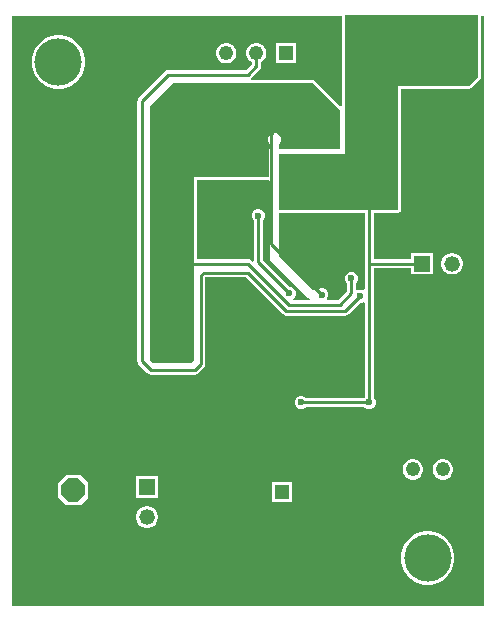
<source format=gbl>
G04*
G04 #@! TF.GenerationSoftware,Altium Limited,Altium Designer,21.6.4 (81)*
G04*
G04 Layer_Physical_Order=2*
G04 Layer_Color=16711680*
%FSLAX44Y44*%
%MOMM*%
G71*
G04*
G04 #@! TF.SameCoordinates,349311D0-8F54-414D-B441-84A76E2CFB74*
G04*
G04*
G04 #@! TF.FilePolarity,Positive*
G04*
G01*
G75*
%ADD13C,0.2540*%
%ADD45R,1.2000X1.2000*%
%ADD46C,1.2000*%
%ADD47R,1.3208X1.3208*%
%ADD48C,1.3208*%
%ADD49R,1.3208X1.3208*%
%ADD50C,1.2180*%
%ADD51R,1.2180X1.2180*%
%ADD52C,2.0320*%
%ADD53P,2.1994X8X22.5*%
%ADD54C,0.6000*%
%ADD55C,4.0000*%
G36*
X277500Y420250D02*
Y387500D01*
X226385D01*
Y391050D01*
X227197Y391862D01*
X228040Y393898D01*
Y396102D01*
X227197Y398138D01*
X225638Y399697D01*
X223602Y400540D01*
X221398D01*
X219362Y399697D01*
X217803Y398138D01*
X216960Y396102D01*
Y393898D01*
X217803Y391862D01*
X218615Y391050D01*
Y387500D01*
X217500D01*
Y363250D01*
X154500D01*
Y208250D01*
X152000Y205750D01*
X119500D01*
X117000Y208250D01*
Y423250D01*
X137000Y443250D01*
X254500D01*
X277500Y420250D01*
D02*
G37*
G36*
X394500Y448250D02*
X387000Y440750D01*
X327000D01*
X327000Y335750D01*
X226385D01*
Y383250D01*
X282000D01*
Y500750D01*
X394500D01*
Y448250D01*
D02*
G37*
G36*
X298615Y290000D02*
Y268374D01*
X297345Y267525D01*
X296102Y268040D01*
X293898D01*
X292655Y267525D01*
X291385Y268374D01*
Y273550D01*
X292197Y274362D01*
X293040Y276398D01*
Y278602D01*
X292197Y280638D01*
X290638Y282197D01*
X288602Y283040D01*
X286398D01*
X284362Y282197D01*
X282803Y280638D01*
X281960Y278602D01*
Y276398D01*
X282803Y274362D01*
X283615Y273550D01*
Y266609D01*
X275971Y258965D01*
X267260D01*
X266734Y260235D01*
X267162Y260662D01*
X268005Y262699D01*
Y264903D01*
X267162Y266939D01*
X265603Y268497D01*
X263567Y269341D01*
X261363D01*
X259327Y268497D01*
X258515Y267685D01*
X255308D01*
X226385Y296609D01*
Y333160D01*
X298615D01*
Y290000D01*
D02*
G37*
G36*
X218615Y359587D02*
Y295000D01*
X218911Y293513D01*
X219753Y292253D01*
X250952Y261054D01*
X252213Y260212D01*
X251972Y258965D01*
X238225D01*
X237972Y260235D01*
X238138Y260303D01*
X239697Y261862D01*
X240540Y263898D01*
Y266102D01*
X239697Y268138D01*
X238138Y269697D01*
X236102Y270540D01*
X234954D01*
X212395Y293098D01*
Y326818D01*
X213207Y327630D01*
X214051Y329666D01*
Y331870D01*
X213207Y333906D01*
X211649Y335465D01*
X209613Y336308D01*
X207409D01*
X205373Y335465D01*
X203814Y333906D01*
X202971Y331870D01*
Y329666D01*
X203814Y327630D01*
X204626Y326818D01*
Y292348D01*
X203356Y291822D01*
X202299Y292879D01*
X201039Y293721D01*
X199552Y294017D01*
X157090D01*
Y360660D01*
X217500D01*
X218615Y359587D01*
D02*
G37*
G36*
X279410Y500000D02*
Y423798D01*
X278140Y423272D01*
X256331Y445081D01*
X255491Y445643D01*
X254500Y445840D01*
X202918D01*
X202533Y447110D01*
X202747Y447253D01*
X209747Y454253D01*
X210589Y455513D01*
X210885Y457000D01*
Y460528D01*
X212299Y461344D01*
X213906Y462951D01*
X215042Y464919D01*
X215630Y467114D01*
Y469386D01*
X215042Y471581D01*
X213906Y473549D01*
X212299Y475156D01*
X210331Y476292D01*
X208136Y476880D01*
X205864D01*
X203669Y476292D01*
X201701Y475156D01*
X200094Y473549D01*
X198958Y471581D01*
X198370Y469386D01*
Y467114D01*
X198958Y464919D01*
X200094Y462951D01*
X201701Y461344D01*
X203115Y460528D01*
Y458609D01*
X198391Y453885D01*
X132500D01*
X131013Y453589D01*
X129753Y452747D01*
X107253Y430247D01*
X106411Y428987D01*
X106115Y427500D01*
Y207500D01*
X106411Y206013D01*
X107253Y204753D01*
X114753Y197253D01*
X116013Y196411D01*
X117500Y196115D01*
X155000D01*
X156487Y196411D01*
X157747Y197253D01*
X162747Y202253D01*
X163589Y203513D01*
X163885Y205000D01*
Y278391D01*
X164109Y278615D01*
X198391D01*
X229753Y247253D01*
X231013Y246411D01*
X232500Y246115D01*
X282500D01*
X283987Y246411D01*
X285247Y247253D01*
X294954Y256960D01*
X296102D01*
X297345Y257475D01*
X298615Y256626D01*
Y176450D01*
X298550Y176385D01*
X248950D01*
X248138Y177197D01*
X246102Y178040D01*
X243898D01*
X241862Y177197D01*
X240303Y175638D01*
X239460Y173602D01*
Y171398D01*
X240303Y169362D01*
X241862Y167803D01*
X243898Y166960D01*
X246102D01*
X248138Y167803D01*
X248950Y168615D01*
X298550D01*
X299362Y167803D01*
X301398Y166960D01*
X303602D01*
X305638Y167803D01*
X307197Y169362D01*
X308040Y171398D01*
Y173602D01*
X307197Y175638D01*
X306385Y176450D01*
Y286115D01*
X338156D01*
Y280856D01*
X356444D01*
Y299144D01*
X338156D01*
Y293885D01*
X306385D01*
Y333160D01*
X327000D01*
X327991Y333358D01*
X328831Y333919D01*
X329393Y334759D01*
X329590Y335750D01*
X329590Y438160D01*
X387000D01*
X387991Y438358D01*
X388831Y438919D01*
X396331Y446419D01*
X396893Y447259D01*
X397090Y448250D01*
Y500000D01*
X400000D01*
Y0D01*
X0Y0D01*
Y500000D01*
X279410Y500000D01*
D02*
G37*
%LPC*%
G36*
X241030Y476880D02*
X223770D01*
Y459620D01*
X241030D01*
Y476880D01*
D02*
G37*
G36*
X182736D02*
X180464D01*
X178269Y476292D01*
X176301Y475156D01*
X174694Y473549D01*
X173558Y471581D01*
X172970Y469386D01*
Y467114D01*
X173558Y464919D01*
X174694Y462951D01*
X176301Y461344D01*
X178269Y460208D01*
X180464Y459620D01*
X182736D01*
X184931Y460208D01*
X186899Y461344D01*
X188506Y462951D01*
X189642Y464919D01*
X190230Y467114D01*
Y469386D01*
X189642Y471581D01*
X188506Y473549D01*
X186899Y475156D01*
X184931Y476292D01*
X182736Y476880D01*
D02*
G37*
G36*
X41720Y483290D02*
X37280D01*
X32926Y482424D01*
X28823Y480725D01*
X25132Y478258D01*
X21992Y475118D01*
X19525Y471427D01*
X17826Y467325D01*
X16960Y462970D01*
Y458530D01*
X17826Y454175D01*
X19525Y450073D01*
X21992Y446382D01*
X25132Y443242D01*
X28823Y440775D01*
X32926Y439076D01*
X37280Y438210D01*
X41720D01*
X46075Y439076D01*
X50177Y440775D01*
X53868Y443242D01*
X57008Y446382D01*
X59475Y450073D01*
X61174Y454175D01*
X62040Y458530D01*
Y462970D01*
X61174Y467325D01*
X59475Y471427D01*
X57008Y475118D01*
X53868Y478258D01*
X50177Y480725D01*
X46075Y482424D01*
X41720Y483290D01*
D02*
G37*
G36*
X373904Y299144D02*
X371496D01*
X369170Y298521D01*
X367085Y297317D01*
X365383Y295614D01*
X364179Y293529D01*
X363556Y291204D01*
Y288796D01*
X364179Y286471D01*
X365383Y284386D01*
X367085Y282683D01*
X369170Y281479D01*
X371496Y280856D01*
X373904D01*
X376229Y281479D01*
X378315Y282683D01*
X380017Y284386D01*
X381221Y286471D01*
X381844Y288796D01*
Y291204D01*
X381221Y293529D01*
X380017Y295614D01*
X378315Y297317D01*
X376229Y298521D01*
X373904Y299144D01*
D02*
G37*
G36*
X366036Y124380D02*
X363764D01*
X361569Y123792D01*
X359601Y122656D01*
X357994Y121049D01*
X356858Y119081D01*
X356270Y116886D01*
Y114614D01*
X356858Y112419D01*
X357994Y110451D01*
X359601Y108844D01*
X361569Y107708D01*
X363764Y107120D01*
X366036D01*
X368231Y107708D01*
X370199Y108844D01*
X371806Y110451D01*
X372942Y112419D01*
X373530Y114614D01*
Y116886D01*
X372942Y119081D01*
X371806Y121049D01*
X370199Y122656D01*
X368231Y123792D01*
X366036Y124380D01*
D02*
G37*
G36*
X340636D02*
X338364D01*
X336169Y123792D01*
X334201Y122656D01*
X332594Y121049D01*
X331458Y119081D01*
X330870Y116886D01*
Y114614D01*
X331458Y112419D01*
X332594Y110451D01*
X334201Y108844D01*
X336169Y107708D01*
X338364Y107120D01*
X340636D01*
X342831Y107708D01*
X344799Y108844D01*
X346406Y110451D01*
X347542Y112419D01*
X348130Y114614D01*
Y116886D01*
X347542Y119081D01*
X346406Y121049D01*
X344799Y122656D01*
X342831Y123792D01*
X340636Y124380D01*
D02*
G37*
G36*
X123644Y110094D02*
X105356D01*
Y91806D01*
X123644D01*
Y110094D01*
D02*
G37*
G36*
X237040Y105290D02*
X219960D01*
Y88210D01*
X237040D01*
Y105290D01*
D02*
G37*
G36*
X58350Y110950D02*
X45650D01*
X39300Y104600D01*
Y91900D01*
X45650Y85550D01*
X58350D01*
X64700Y91900D01*
Y104600D01*
X58350Y110950D01*
D02*
G37*
G36*
X115704Y84694D02*
X113296D01*
X110971Y84071D01*
X108886Y82867D01*
X107183Y81165D01*
X105979Y79080D01*
X105356Y76754D01*
Y74346D01*
X105979Y72021D01*
X107183Y69936D01*
X108886Y68233D01*
X110971Y67029D01*
X113296Y66406D01*
X115704D01*
X118030Y67029D01*
X120115Y68233D01*
X121817Y69936D01*
X123021Y72021D01*
X123644Y74346D01*
Y76754D01*
X123021Y79080D01*
X121817Y81165D01*
X120115Y82867D01*
X118030Y84071D01*
X115704Y84694D01*
D02*
G37*
G36*
X354220Y63290D02*
X349780D01*
X345425Y62424D01*
X341323Y60725D01*
X337632Y58258D01*
X334492Y55118D01*
X332025Y51427D01*
X330326Y47325D01*
X329460Y42970D01*
Y38530D01*
X330326Y34176D01*
X332025Y30073D01*
X334492Y26382D01*
X337632Y23242D01*
X341323Y20775D01*
X345425Y19076D01*
X349780Y18210D01*
X354220D01*
X358575Y19076D01*
X362677Y20775D01*
X366368Y23242D01*
X369508Y26382D01*
X371975Y30073D01*
X373674Y34176D01*
X374540Y38530D01*
Y42970D01*
X373674Y47325D01*
X371975Y51427D01*
X369508Y55118D01*
X366368Y58258D01*
X362677Y60725D01*
X358575Y62424D01*
X354220Y63290D01*
D02*
G37*
%LPD*%
D13*
X219403Y306863D02*
Y400359D01*
Y306863D02*
X262465Y263801D01*
X155000Y200000D02*
X160000Y205000D01*
X110000Y207500D02*
X117500Y200000D01*
X155000D01*
X200000Y282500D02*
X232500Y250000D01*
X162500Y282500D02*
X200000D01*
X160000Y280000D02*
X162500Y282500D01*
X160000Y205000D02*
Y280000D01*
X207000Y457000D02*
Y468250D01*
X200000Y450000D02*
X207000Y457000D01*
X132500Y450000D02*
X200000D01*
X110000Y207500D02*
Y427500D01*
X132500Y450000D01*
X199552Y290132D02*
X234604Y255080D01*
X208511Y291489D02*
Y330768D01*
X234604Y255080D02*
X277580D01*
X208511Y291489D02*
X235000Y265000D01*
X146890Y290132D02*
X199552D01*
X277580Y255080D02*
X287500Y265000D01*
X282500Y250000D02*
X295000Y262500D01*
X232500Y250000D02*
X282500D01*
X287500Y265000D02*
Y277500D01*
X267000Y395750D02*
X273756D01*
X302500Y290000D02*
Y347500D01*
X245000Y172500D02*
X302500D01*
Y290000D01*
Y290000D02*
X302500Y290000D01*
X347300D01*
D45*
X228500Y96750D02*
D03*
D46*
Y46750D02*
D03*
D47*
X347300Y290000D02*
D03*
D48*
X372700D02*
D03*
X114500Y75550D02*
D03*
D49*
Y100950D02*
D03*
D50*
X364900Y115750D02*
D03*
X339500D02*
D03*
X181600Y468250D02*
D03*
X207000D02*
D03*
D51*
X314100Y115750D02*
D03*
X232400Y468250D02*
D03*
D52*
X52000Y48250D02*
D03*
X344500Y463250D02*
D03*
D53*
X52000Y98250D02*
D03*
X344500Y413250D02*
D03*
D54*
X130146Y428580D02*
D03*
X165764Y438470D02*
D03*
Y428470D02*
D03*
Y418470D02*
D03*
X153891D02*
D03*
Y428470D02*
D03*
Y438470D02*
D03*
X142018Y418470D02*
D03*
Y428470D02*
D03*
Y438470D02*
D03*
X130146Y418580D02*
D03*
X165764Y428470D02*
D03*
X201382Y438360D02*
D03*
Y428360D02*
D03*
Y418360D02*
D03*
X189509D02*
D03*
Y428360D02*
D03*
Y438360D02*
D03*
X177637Y418360D02*
D03*
Y428360D02*
D03*
Y438360D02*
D03*
X165764Y418470D02*
D03*
Y438470D02*
D03*
X219403Y400359D02*
D03*
X126890Y290132D02*
D03*
X235000Y265000D02*
D03*
X262465Y263801D02*
D03*
X295000Y262500D02*
D03*
X360000Y203755D02*
D03*
X350000D02*
D03*
X340000D02*
D03*
Y215627D02*
D03*
X350000D02*
D03*
X340000Y227500D02*
D03*
X350000Y215627D02*
D03*
X349890Y180009D02*
D03*
X339890D02*
D03*
Y191882D02*
D03*
X349890D02*
D03*
X359890D02*
D03*
X339890Y203755D02*
D03*
X349890D02*
D03*
X359890D02*
D03*
X340000Y215627D02*
D03*
X329890Y236882D02*
D03*
X320000Y272500D02*
D03*
X330000D02*
D03*
X340000D02*
D03*
Y260627D02*
D03*
X330000D02*
D03*
X320000D02*
D03*
X340000Y248755D02*
D03*
X330000D02*
D03*
X320000D02*
D03*
X339890Y236882D02*
D03*
X319890D02*
D03*
D03*
X310000Y272500D02*
D03*
X320000D02*
D03*
X330000D02*
D03*
Y260627D02*
D03*
X320000D02*
D03*
X310000D02*
D03*
X330000Y248755D02*
D03*
X320000D02*
D03*
X310000D02*
D03*
X329890Y236882D02*
D03*
X309890D02*
D03*
X179890Y154382D02*
D03*
X170000Y190000D02*
D03*
X180000D02*
D03*
X190000D02*
D03*
Y178127D02*
D03*
X180000D02*
D03*
X170000D02*
D03*
X190000Y166255D02*
D03*
X180000D02*
D03*
X170000D02*
D03*
X189890Y154382D02*
D03*
X169890D02*
D03*
X180110Y225618D02*
D03*
X190000Y190000D02*
D03*
X180000D02*
D03*
X170000D02*
D03*
Y201873D02*
D03*
X180000D02*
D03*
X190000D02*
D03*
X170000Y213745D02*
D03*
X180000D02*
D03*
X190000D02*
D03*
X170110Y225618D02*
D03*
X190110D02*
D03*
X302500Y172500D02*
D03*
Y347500D02*
D03*
X287500Y277500D02*
D03*
X267000Y395750D02*
D03*
X190000Y258745D02*
D03*
X180000Y246873D02*
D03*
X180110Y270618D02*
D03*
X190000Y246873D02*
D03*
X190110Y270618D02*
D03*
X200000Y246873D02*
D03*
Y258745D02*
D03*
X180000Y258745D02*
D03*
X256783Y235808D02*
D03*
X256783Y225808D02*
D03*
X268655Y235808D02*
D03*
X280528Y225808D02*
D03*
Y215808D02*
D03*
X256783D02*
D03*
X280528Y235808D02*
D03*
X244910Y225918D02*
D03*
X268655Y225808D02*
D03*
X244910Y235918D02*
D03*
X244910Y215918D02*
D03*
X268655Y215808D02*
D03*
X280528Y205808D02*
D03*
X256783D02*
D03*
X244910Y205918D02*
D03*
X268655Y205808D02*
D03*
X170110Y270618D02*
D03*
X146890Y313877D02*
D03*
X136890Y302005D02*
D03*
X146890Y290132D02*
D03*
Y302005D02*
D03*
X170000Y246873D02*
D03*
X136890Y290132D02*
D03*
X126890Y302005D02*
D03*
X170000Y258745D02*
D03*
X126890Y313877D02*
D03*
X136890D02*
D03*
X180000Y235000D02*
D03*
X208511Y330768D02*
D03*
X190000Y235000D02*
D03*
X200000Y235000D02*
D03*
X370000Y203755D02*
D03*
X379890Y191882D02*
D03*
X369890Y191882D02*
D03*
X380000Y203755D02*
D03*
X209500Y400750D02*
D03*
X232000Y378250D02*
D03*
X199175Y400750D02*
D03*
Y380750D02*
D03*
Y390750D02*
D03*
X209500Y380750D02*
D03*
Y390750D02*
D03*
X225127Y438250D02*
D03*
Y418250D02*
D03*
X237000D02*
D03*
Y428250D02*
D03*
X225127D02*
D03*
X237000Y438250D02*
D03*
X201382Y428360D02*
D03*
Y418360D02*
D03*
X213255Y428250D02*
D03*
Y418250D02*
D03*
Y438250D02*
D03*
X250750Y378250D02*
D03*
X257000Y407623D02*
D03*
Y395750D02*
D03*
X247000Y407623D02*
D03*
X247000Y418250D02*
D03*
X247000Y395750D02*
D03*
X241375Y378250D02*
D03*
X289610Y493868D02*
D03*
X127000Y325750D02*
D03*
X299610Y493868D02*
D03*
X241375Y370750D02*
D03*
X250750D02*
D03*
X232000D02*
D03*
X309500Y458250D02*
D03*
X201382Y438360D02*
D03*
X209500Y370750D02*
D03*
X188849Y400750D02*
D03*
X199175Y370750D02*
D03*
X232000Y355750D02*
D03*
X250750Y348250D02*
D03*
X241375Y355750D02*
D03*
Y363250D02*
D03*
X269500Y355750D02*
D03*
X232000Y363250D02*
D03*
Y348250D02*
D03*
X241375D02*
D03*
X260125D02*
D03*
Y363250D02*
D03*
X269500Y348250D02*
D03*
Y363250D02*
D03*
X250750Y355750D02*
D03*
X260125D02*
D03*
X250750Y363250D02*
D03*
X319500Y458250D02*
D03*
Y481996D02*
D03*
Y470123D02*
D03*
X309500Y481996D02*
D03*
X309610Y493868D02*
D03*
X309500Y470123D02*
D03*
X148873Y43140D02*
D03*
X269500Y45750D02*
D03*
X172618Y53140D02*
D03*
X269500Y35750D02*
D03*
X160746Y43140D02*
D03*
X160746Y53140D02*
D03*
X148873Y33140D02*
D03*
X172618D02*
D03*
X160746D02*
D03*
X172618Y43140D02*
D03*
X188849Y390750D02*
D03*
Y370750D02*
D03*
Y380750D02*
D03*
X178524Y390750D02*
D03*
Y370750D02*
D03*
Y380750D02*
D03*
X168199Y370750D02*
D03*
X160746Y23140D02*
D03*
X137000Y23250D02*
D03*
X147000Y325750D02*
D03*
X137000Y43250D02*
D03*
Y325750D02*
D03*
X178524Y400750D02*
D03*
X172618Y23140D02*
D03*
X148873D02*
D03*
X137000Y33250D02*
D03*
X305118Y25640D02*
D03*
Y45640D02*
D03*
X293246D02*
D03*
Y35640D02*
D03*
Y25640D02*
D03*
X305118Y35640D02*
D03*
X170000Y235000D02*
D03*
X148873Y53140D02*
D03*
X137000Y53250D02*
D03*
X369890Y180009D02*
D03*
X379890Y180009D02*
D03*
Y168136D02*
D03*
X359890Y180009D02*
D03*
X281373Y35640D02*
D03*
Y45640D02*
D03*
X281373Y55640D02*
D03*
X269500Y55750D02*
D03*
X289500Y481996D02*
D03*
Y458250D02*
D03*
Y470123D02*
D03*
X299500D02*
D03*
X267000Y407623D02*
D03*
X260125Y378250D02*
D03*
X257000Y418250D02*
D03*
X260125Y370750D02*
D03*
X269500D02*
D03*
X299500Y481996D02*
D03*
X269500Y378250D02*
D03*
X299500Y458250D02*
D03*
X134500Y385750D02*
D03*
Y409496D02*
D03*
X124500Y397623D02*
D03*
Y385750D02*
D03*
X144500Y409496D02*
D03*
Y397623D02*
D03*
Y385750D02*
D03*
X168199Y380750D02*
D03*
X134500Y397623D02*
D03*
X168199Y400750D02*
D03*
X124500Y409496D02*
D03*
X168199Y390750D02*
D03*
X305118Y55640D02*
D03*
X293246D02*
D03*
X359890Y168136D02*
D03*
X349890D02*
D03*
X319610Y493868D02*
D03*
X281373Y25640D02*
D03*
X245000Y172500D02*
D03*
X269500Y25750D02*
D03*
X369890Y168136D02*
D03*
D55*
X352000Y40750D02*
D03*
X39500Y460750D02*
D03*
M02*

</source>
